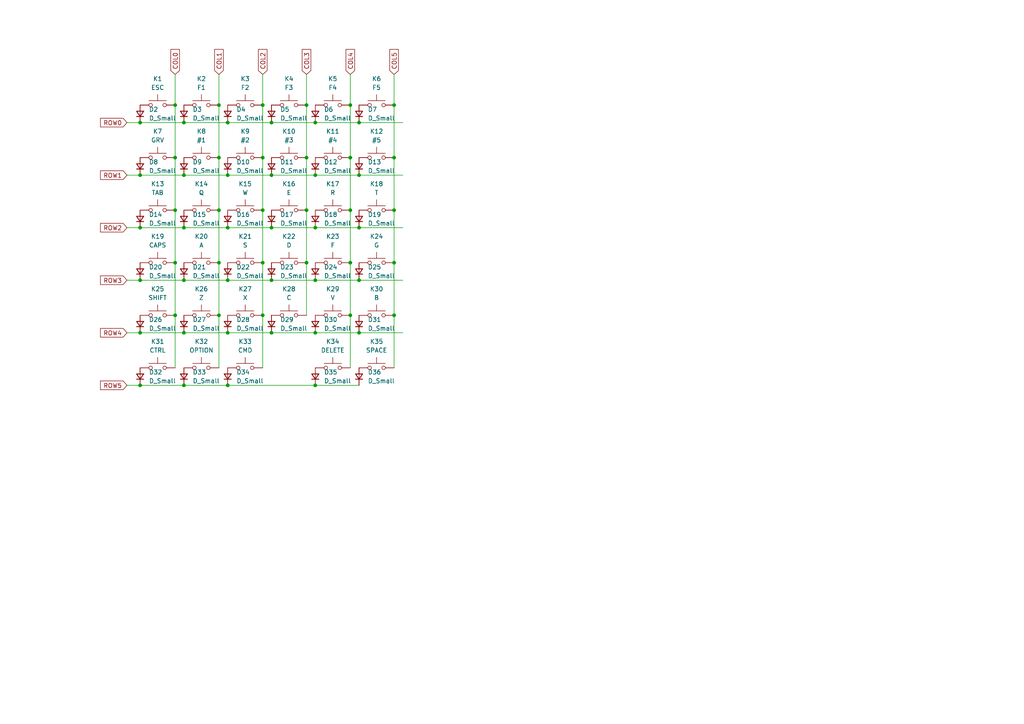
<source format=kicad_sch>
(kicad_sch (version 20211123) (generator eeschema)
  (paper "A4")
  (lib_symbols
    (symbol "Device:D_Small" (pin_numbers hide) (pin_names (offset 0.254) hide)
      (property "Reference" "D" (at -1.27 2.032 0))
      (property "Value" "D_Small" (at -3.81 -2.032 0))
      (symbol "D_Small_0_1"
        (polyline (pts (xy -0.762 -1.016) (xy -0.762 1.016)) (stroke (width 0.254)))
        (polyline (pts (xy -0.762 0) (xy 0.762 0)))
        (polyline (pts (xy 0.762 -1.016) (xy -0.762 0) (xy 0.762 1.016) (xy 0.762 -1.016)) (stroke (width 0.254)))
      )
      (symbol "D_Small_1_1"
        (pin passive line (at -2.54 0 0) (length 1.778) (name "K") (number "1"))
        (pin passive line (at 2.54 0 180) (length 1.778) (name "A") (number "2"))
      )
    )
    (symbol "Switch:SW_Push" (pin_numbers hide) (pin_names (offset 1.016) hide)
      (property "Reference" "SW" (at 1.27 2.54 0))
      (property "Value" "SW_Push" (at 0 -1.524 0))
      (symbol "SW_Push_0_1"
        (circle (center -2.032 0) (radius 0.508))
        (polyline (pts (xy 0 1.27) (xy 0 3.048)))
        (polyline (pts (xy 2.54 1.27) (xy -2.54 1.27)))
        (circle (center 2.032 0) (radius 0.508))
        (pin passive line (at -5.08 0 0) (length 2.54) (name "1") (number "1"))
        (pin passive line (at 5.08 0 180) (length 2.54) (name "2") (number "2"))
      )
    )
  )
  (junction (at 91.44 66.04))
  (junction (at 66.04 35.56))
  (junction (at 78.74 50.8))
  (junction (at 88.9 76.2))
  (junction (at 76.2 76.2))
  (junction (at 88.9 45.72))
  (junction (at 63.5 91.44))
  (junction (at 66.04 81.28))
  (junction (at 104.14 81.28))
  (junction (at 66.04 66.04))
  (junction (at 40.64 81.28))
  (junction (at 114.3 45.72))
  (junction (at 104.14 96.52))
  (junction (at 114.3 91.44))
  (junction (at 63.5 45.72))
  (junction (at 101.6 45.72))
  (junction (at 53.34 96.52))
  (junction (at 101.6 76.2))
  (junction (at 50.8 91.44))
  (junction (at 101.6 30.48))
  (junction (at 78.74 81.28))
  (junction (at 66.04 96.52))
  (junction (at 40.64 50.8))
  (junction (at 78.74 96.52))
  (junction (at 114.3 60.96))
  (junction (at 91.44 111.76))
  (junction (at 63.5 30.48))
  (junction (at 101.6 91.44))
  (junction (at 50.8 30.48))
  (junction (at 88.9 60.96))
  (junction (at 66.04 111.76))
  (junction (at 78.74 35.56))
  (junction (at 50.8 45.72))
  (junction (at 66.04 50.8))
  (junction (at 40.64 96.52))
  (junction (at 53.34 111.76))
  (junction (at 104.14 35.56))
  (junction (at 53.34 66.04))
  (junction (at 40.64 111.76))
  (junction (at 114.3 76.2))
  (junction (at 76.2 30.48))
  (junction (at 88.9 30.48))
  (junction (at 53.34 50.8))
  (junction (at 104.14 50.8))
  (junction (at 63.5 60.96))
  (junction (at 40.64 35.56))
  (junction (at 63.5 76.2))
  (junction (at 50.8 76.2))
  (junction (at 101.6 60.96))
  (junction (at 53.34 35.56))
  (junction (at 50.8 60.96))
  (junction (at 53.34 81.28))
  (junction (at 91.44 50.8))
  (junction (at 91.44 81.28))
  (junction (at 76.2 91.44))
  (junction (at 91.44 35.56))
  (junction (at 76.2 45.72))
  (junction (at 104.14 66.04))
  (junction (at 91.44 96.52))
  (junction (at 114.3 30.48))
  (junction (at 78.74 66.04))
  (junction (at 76.2 60.96))
  (junction (at 40.64 66.04))
  (wire (pts (xy 40.64 66.04) (xy 53.34 66.04)))
  (wire (pts (xy 53.34 81.28) (xy 66.04 81.28)))
  (wire (pts (xy 76.2 21.59) (xy 76.2 30.48)))
  (wire (pts (xy 88.9 60.96) (xy 88.9 76.2)))
  (wire (pts (xy 76.2 76.2) (xy 76.2 91.44)))
  (wire (pts (xy 101.6 45.72) (xy 101.6 60.96)))
  (wire (pts (xy 76.2 60.96) (xy 76.2 76.2)))
  (wire (pts (xy 88.9 21.59) (xy 88.9 30.48)))
  (wire (pts (xy 63.5 21.59) (xy 63.5 30.48)))
  (wire (pts (xy 78.74 66.04) (xy 91.44 66.04)))
  (wire (pts (xy 114.3 91.44) (xy 114.3 106.68)))
  (wire (pts (xy 36.83 35.56) (xy 40.64 35.56)))
  (wire (pts (xy 78.74 96.52) (xy 91.44 96.52)))
  (wire (pts (xy 114.3 45.72) (xy 114.3 60.96)))
  (wire (pts (xy 76.2 30.48) (xy 76.2 45.72)))
  (wire (pts (xy 78.74 50.8) (xy 91.44 50.8)))
  (wire (pts (xy 66.04 66.04) (xy 78.74 66.04)))
  (wire (pts (xy 50.8 60.96) (xy 50.8 76.2)))
  (wire (pts (xy 91.44 50.8) (xy 104.14 50.8)))
  (wire (pts (xy 101.6 60.96) (xy 101.6 76.2)))
  (wire (pts (xy 40.64 96.52) (xy 53.34 96.52)))
  (wire (pts (xy 104.14 81.28) (xy 116.84 81.28)))
  (wire (pts (xy 66.04 50.8) (xy 78.74 50.8)))
  (wire (pts (xy 50.8 76.2) (xy 50.8 91.44)))
  (wire (pts (xy 63.5 30.48) (xy 63.5 45.72)))
  (wire (pts (xy 91.44 111.76) (xy 104.14 111.76)))
  (wire (pts (xy 63.5 45.72) (xy 63.5 60.96)))
  (wire (pts (xy 101.6 21.59) (xy 101.6 30.48)))
  (wire (pts (xy 91.44 96.52) (xy 104.14 96.52)))
  (wire (pts (xy 40.64 81.28) (xy 53.34 81.28)))
  (wire (pts (xy 76.2 45.72) (xy 76.2 60.96)))
  (wire (pts (xy 36.83 50.8) (xy 40.64 50.8)))
  (wire (pts (xy 50.8 30.48) (xy 50.8 45.72)))
  (wire (pts (xy 66.04 96.52) (xy 78.74 96.52)))
  (wire (pts (xy 101.6 91.44) (xy 101.6 106.68)))
  (wire (pts (xy 66.04 111.76) (xy 91.44 111.76)))
  (wire (pts (xy 36.83 66.04) (xy 40.64 66.04)))
  (wire (pts (xy 114.3 30.48) (xy 114.3 45.72)))
  (wire (pts (xy 53.34 96.52) (xy 66.04 96.52)))
  (wire (pts (xy 76.2 91.44) (xy 76.2 106.68)))
  (wire (pts (xy 53.34 35.56) (xy 66.04 35.56)))
  (wire (pts (xy 53.34 66.04) (xy 66.04 66.04)))
  (wire (pts (xy 50.8 45.72) (xy 50.8 60.96)))
  (wire (pts (xy 114.3 76.2) (xy 114.3 91.44)))
  (wire (pts (xy 63.5 76.2) (xy 63.5 91.44)))
  (wire (pts (xy 40.64 50.8) (xy 53.34 50.8)))
  (wire (pts (xy 66.04 81.28) (xy 78.74 81.28)))
  (wire (pts (xy 91.44 35.56) (xy 104.14 35.56)))
  (wire (pts (xy 88.9 30.48) (xy 88.9 45.72)))
  (wire (pts (xy 91.44 66.04) (xy 104.14 66.04)))
  (wire (pts (xy 104.14 50.8) (xy 116.84 50.8)))
  (wire (pts (xy 88.9 45.72) (xy 88.9 60.96)))
  (wire (pts (xy 88.9 76.2) (xy 88.9 91.44)))
  (wire (pts (xy 104.14 96.52) (xy 116.84 96.52)))
  (wire (pts (xy 40.64 35.56) (xy 53.34 35.56)))
  (wire (pts (xy 78.74 35.56) (xy 91.44 35.56)))
  (wire (pts (xy 36.83 111.76) (xy 40.64 111.76)))
  (wire (pts (xy 53.34 50.8) (xy 66.04 50.8)))
  (wire (pts (xy 104.14 35.56) (xy 116.84 35.56)))
  (wire (pts (xy 63.5 60.96) (xy 63.5 76.2)))
  (wire (pts (xy 114.3 21.59) (xy 114.3 30.48)))
  (wire (pts (xy 66.04 35.56) (xy 78.74 35.56)))
  (wire (pts (xy 40.64 111.76) (xy 53.34 111.76)))
  (wire (pts (xy 36.83 81.28) (xy 40.64 81.28)))
  (wire (pts (xy 50.8 91.44) (xy 50.8 106.68)))
  (wire (pts (xy 50.8 21.59) (xy 50.8 30.48)))
  (wire (pts (xy 36.83 96.52) (xy 40.64 96.52)))
  (wire (pts (xy 104.14 66.04) (xy 116.84 66.04)))
  (wire (pts (xy 53.34 111.76) (xy 66.04 111.76)))
  (wire (pts (xy 101.6 30.48) (xy 101.6 45.72)))
  (wire (pts (xy 91.44 81.28) (xy 104.14 81.28)))
  (wire (pts (xy 101.6 76.2) (xy 101.6 91.44)))
  (wire (pts (xy 63.5 91.44) (xy 63.5 106.68)))
  (wire (pts (xy 114.3 60.96) (xy 114.3 76.2)))
  (wire (pts (xy 78.74 81.28) (xy 91.44 81.28)))
  (global_label "COL1" (shape input) (at 63.5 21.59 90) (property "Intersheet References" "${INTERSHEET_REFS}" (effects hide)))
  (global_label "COL5" (shape input) (at 114.3 21.59 90) (property "Intersheet References" "${INTERSHEET_REFS}" (effects hide)))
  (global_label "ROW0" (shape input) (at 36.83 35.56 180) (property "Intersheet References" "${INTERSHEET_REFS}" (effects hide)))
  (global_label "COL4" (shape input) (at 101.6 21.59 90) (property "Intersheet References" "${INTERSHEET_REFS}" (effects hide)))
  (global_label "COL2" (shape input) (at 76.2 21.59 90) (property "Intersheet References" "${INTERSHEET_REFS}" (effects hide)))
  (global_label "ROW2" (shape input) (at 36.83 66.04 180) (property "Intersheet References" "${INTERSHEET_REFS}" (effects hide)))
  (global_label "COL3" (shape input) (at 88.9 21.59 90) (property "Intersheet References" "${INTERSHEET_REFS}" (effects hide)))
  (global_label "COL0" (shape input) (at 50.8 21.59 90) (property "Intersheet References" "${INTERSHEET_REFS}" (effects hide)))
  (global_label "ROW1" (shape input) (at 36.83 50.8 180) (property "Intersheet References" "${INTERSHEET_REFS}" (effects hide)))
  (global_label "ROW3" (shape input) (at 36.83 81.28 180) (property "Intersheet References" "${INTERSHEET_REFS}" (effects hide)))
  (global_label "ROW5" (shape input) (at 36.83 111.76 180) (property "Intersheet References" "${INTERSHEET_REFS}" (effects hide)))
  (global_label "ROW4" (shape input) (at 36.83 96.52 180) (property "Intersheet References" "${INTERSHEET_REFS}" (effects hide)))
  (symbol (lib_id "Switch:SW_Push") (at 45.72 76.2 0) (unit 1)
    (property "Reference" "K19" (at 45.72 68.58 0))
    (property "Value" "CAPS" (at 45.72 71.12 0))
    (property "Footprint" "MX_Only:MXOnly-1U-Hotswap-Antishear" (effects hide))
  )
  (symbol (lib_id "Switch:SW_Push") (at 58.42 45.72 0) (unit 1)
    (property "Reference" "K8" (at 58.42 38.1 0))
    (property "Value" "#1" (at 58.42 40.64 0))
    (property "Footprint" "MX_Only:MXOnly-1U-Hotswap-Antishear" (effects hide))
  )
  (symbol (lib_id "Device:D_Small") (at 91.44 78.74 90) (unit 1)
    (property "Reference" "D24" (at 93.98 77.4699 90) (effects (justify right)))
    (property "Value" "D_Small" (at 93.98 80.0099 90) (effects (justify right)))
    (property "Footprint" "Diode_SMD:D_SOD-123" (effects hide))
  )
  (symbol (lib_id "Switch:SW_Push") (at 109.22 30.48 0) (unit 1)
    (property "Reference" "K6" (at 109.22 22.86 0))
    (property "Value" "F5" (at 109.22 25.4 0))
    (property "Footprint" "MX_Only:MXOnly-1U-Hotswap-Antishear" (effects hide))
  )
  (symbol (lib_id "Device:D_Small") (at 40.64 93.98 90) (unit 1)
    (property "Reference" "D26" (at 43.18 92.7099 90) (effects (justify right)))
    (property "Value" "D_Small" (at 43.18 95.2499 90) (effects (justify right)))
    (property "Footprint" "Diode_SMD:D_SOD-123" (effects hide))
  )
  (symbol (lib_id "Switch:SW_Push") (at 71.12 60.96 0) (unit 1)
    (property "Reference" "K15" (at 71.12 53.34 0))
    (property "Value" "W" (at 71.12 55.88 0))
    (property "Footprint" "MX_Only:MXOnly-1U-Hotswap-Antishear" (effects hide))
  )
  (symbol (lib_id "Device:D_Small") (at 40.64 109.22 90) (unit 1)
    (property "Reference" "D32" (at 43.18 107.9499 90) (effects (justify right)))
    (property "Value" "D_Small" (at 43.18 110.4899 90) (effects (justify right)))
    (property "Footprint" "Diode_SMD:D_SOD-123" (effects hide))
  )
  (symbol (lib_id "Switch:SW_Push") (at 109.22 60.96 0) (unit 1)
    (property "Reference" "K18" (at 109.22 53.34 0))
    (property "Value" "T" (at 109.22 55.88 0))
    (property "Footprint" "MX_Only:MXOnly-1U-Hotswap-Antishear" (effects hide))
  )
  (symbol (lib_id "Device:D_Small") (at 40.64 78.74 90) (unit 1)
    (property "Reference" "D20" (at 43.18 77.4699 90) (effects (justify right)))
    (property "Value" "D_Small" (at 43.18 80.0099 90) (effects (justify right)))
    (property "Footprint" "Diode_SMD:D_SOD-123" (effects hide))
  )
  (symbol (lib_id "Device:D_Small") (at 40.64 63.5 90) (unit 1)
    (property "Reference" "D14" (at 43.18 62.2299 90) (effects (justify right)))
    (property "Value" "D_Small" (at 43.18 64.7699 90) (effects (justify right)))
    (property "Footprint" "Diode_SMD:D_SOD-123" (effects hide))
  )
  (symbol (lib_id "Switch:SW_Push") (at 83.82 76.2 0) (unit 1)
    (property "Reference" "K22" (at 83.82 68.58 0))
    (property "Value" "D" (at 83.82 71.12 0))
    (property "Footprint" "MX_Only:MXOnly-1U-Hotswap-Antishear" (effects hide))
  )
  (symbol (lib_id "Switch:SW_Push") (at 109.22 76.2 0) (unit 1)
    (property "Reference" "K24" (at 109.22 68.58 0))
    (property "Value" "G" (at 109.22 71.12 0))
    (property "Footprint" "MX_Only:MXOnly-1U-Hotswap-Antishear" (effects hide))
  )
  (symbol (lib_id "Device:D_Small") (at 104.14 33.02 90) (unit 1)
    (property "Reference" "D7" (at 106.68 31.7499 90) (effects (justify right)))
    (property "Value" "D_Small" (at 106.68 34.2899 90) (effects (justify right)))
    (property "Footprint" "Diode_SMD:D_SOD-123" (effects hide))
  )
  (symbol (lib_id "Switch:SW_Push") (at 71.12 106.68 0) (unit 1)
    (property "Reference" "K33" (at 71.12 99.06 0))
    (property "Value" "CMD" (at 71.12 101.6 0))
    (property "Footprint" "MX_Only:MXOnly-1U-Hotswap-Antishear" (effects hide))
  )
  (symbol (lib_id "Device:D_Small") (at 104.14 93.98 90) (unit 1)
    (property "Reference" "D31" (at 106.68 92.7099 90) (effects (justify right)))
    (property "Value" "D_Small" (at 106.68 95.2499 90) (effects (justify right)))
    (property "Footprint" "Diode_SMD:D_SOD-123" (effects hide))
  )
  (symbol (lib_id "Device:D_Small") (at 66.04 93.98 90) (unit 1)
    (property "Reference" "D28" (at 68.58 92.7099 90) (effects (justify right)))
    (property "Value" "D_Small" (at 68.58 95.2499 90) (effects (justify right)))
    (property "Footprint" "Diode_SMD:D_SOD-123" (effects hide))
  )
  (symbol (lib_id "Switch:SW_Push") (at 45.72 30.48 0) (unit 1)
    (property "Reference" "K1" (at 45.72 22.86 0))
    (property "Value" "ESC" (at 45.72 25.4 0))
    (property "Footprint" "MX_Only:MXOnly-1U-Hotswap-Antishear" (effects hide))
  )
  (symbol (lib_id "Switch:SW_Push") (at 83.82 30.48 0) (unit 1)
    (property "Reference" "K4" (at 83.82 22.86 0))
    (property "Value" "F3" (at 83.82 25.4 0))
    (property "Footprint" "MX_Only:MXOnly-1U-Hotswap-Antishear" (effects hide))
  )
  (symbol (lib_id "Switch:SW_Push") (at 71.12 45.72 0) (unit 1)
    (property "Reference" "K9" (at 71.12 38.1 0))
    (property "Value" "#2" (at 71.12 40.64 0))
    (property "Footprint" "MX_Only:MXOnly-1U-Hotswap-Antishear" (effects hide))
  )
  (symbol (lib_id "Device:D_Small") (at 66.04 109.22 90) (unit 1)
    (property "Reference" "D34" (at 68.58 107.9499 90) (effects (justify right)))
    (property "Value" "D_Small" (at 68.58 110.4899 90) (effects (justify right)))
    (property "Footprint" "Diode_SMD:D_SOD-123" (effects hide))
  )
  (symbol (lib_id "Device:D_Small") (at 40.64 48.26 90) (unit 1)
    (property "Reference" "D8" (at 43.18 46.9899 90) (effects (justify right)))
    (property "Value" "D_Small" (at 43.18 49.5299 90) (effects (justify right)))
    (property "Footprint" "Diode_SMD:D_SOD-123" (effects hide))
  )
  (symbol (lib_id "Device:D_Small") (at 78.74 78.74 90) (unit 1)
    (property "Reference" "D23" (at 81.28 77.4699 90) (effects (justify right)))
    (property "Value" "D_Small" (at 81.28 80.0099 90) (effects (justify right)))
    (property "Footprint" "Diode_SMD:D_SOD-123" (effects hide))
  )
  (symbol (lib_id "Switch:SW_Push") (at 96.52 76.2 0) (unit 1)
    (property "Reference" "K23" (at 96.52 68.58 0))
    (property "Value" "F" (at 96.52 71.12 0))
    (property "Footprint" "MX_Only:MXOnly-1U-Hotswap-Antishear" (effects hide))
  )
  (symbol (lib_id "Device:D_Small") (at 91.44 63.5 90) (unit 1)
    (property "Reference" "D18" (at 93.98 62.2299 90) (effects (justify right)))
    (property "Value" "D_Small" (at 93.98 64.7699 90) (effects (justify right)))
    (property "Footprint" "Diode_SMD:D_SOD-123" (effects hide))
  )
  (symbol (lib_id "Switch:SW_Push") (at 45.72 45.72 0) (unit 1)
    (property "Reference" "K7" (at 45.72 38.1 0))
    (property "Value" "GRV" (at 45.72 40.64 0))
    (property "Footprint" "MX_Only:MXOnly-1U-Hotswap-Antishear" (effects hide))
  )
  (symbol (lib_id "Device:D_Small") (at 66.04 63.5 90) (unit 1)
    (property "Reference" "D16" (at 68.58 62.2299 90) (effects (justify right)))
    (property "Value" "D_Small" (at 68.58 64.7699 90) (effects (justify right)))
    (property "Footprint" "Diode_SMD:D_SOD-123" (effects hide))
  )
  (symbol (lib_id "Switch:SW_Push") (at 83.82 60.96 0) (unit 1)
    (property "Reference" "K16" (at 83.82 53.34 0))
    (property "Value" "E" (at 83.82 55.88 0))
    (property "Footprint" "MX_Only:MXOnly-1U-Hotswap-Antishear" (effects hide))
  )
  (symbol (lib_id "Switch:SW_Push") (at 96.52 30.48 0) (unit 1)
    (property "Reference" "K5" (at 96.52 22.86 0))
    (property "Value" "F4" (at 96.52 25.4 0))
    (property "Footprint" "MX_Only:MXOnly-1U-Hotswap-Antishear" (effects hide))
  )
  (symbol (lib_id "Switch:SW_Push") (at 45.72 60.96 0) (unit 1)
    (property "Reference" "K13" (at 45.72 53.34 0))
    (property "Value" "TAB" (at 45.72 55.88 0))
    (property "Footprint" "MX_Only:MXOnly-1U-Hotswap-Antishear" (effects hide))
  )
  (symbol (lib_id "Device:D_Small") (at 104.14 63.5 90) (unit 1)
    (property "Reference" "D19" (at 106.68 62.2299 90) (effects (justify right)))
    (property "Value" "D_Small" (at 106.68 64.7699 90) (effects (justify right)))
    (property "Footprint" "Diode_SMD:D_SOD-123" (effects hide))
  )
  (symbol (lib_id "Switch:SW_Push") (at 58.42 91.44 0) (unit 1)
    (property "Reference" "K26" (at 58.42 83.82 0))
    (property "Value" "Z" (at 58.42 86.36 0))
    (property "Footprint" "MX_Only:MXOnly-1U-Hotswap-Antishear" (effects hide))
  )
  (symbol (lib_id "Switch:SW_Push") (at 96.52 60.96 0) (unit 1)
    (property "Reference" "K17" (at 96.52 53.34 0))
    (property "Value" "R" (at 96.52 55.88 0))
    (property "Footprint" "MX_Only:MXOnly-1U-Hotswap-Antishear" (effects hide))
  )
  (symbol (lib_id "Switch:SW_Push") (at 109.22 106.68 0) (unit 1)
    (property "Reference" "K35" (at 109.22 99.06 0))
    (property "Value" "SPACE" (at 109.22 101.6 0))
    (property "Footprint" "MX_Only:MXOnly-2U-FLIPPED-Hotswap-LED" (effects hide))
  )
  (symbol (lib_id "Device:D_Small") (at 78.74 93.98 90) (unit 1)
    (property "Reference" "D29" (at 81.28 92.7099 90) (effects (justify right)))
    (property "Value" "D_Small" (at 81.28 95.2499 90) (effects (justify right)))
    (property "Footprint" "Diode_SMD:D_SOD-123" (effects hide))
  )
  (symbol (lib_id "Device:D_Small") (at 104.14 78.74 90) (unit 1)
    (property "Reference" "D25" (at 106.68 77.4699 90) (effects (justify right)))
    (property "Value" "D_Small" (at 106.68 80.0099 90) (effects (justify right)))
    (property "Footprint" "Diode_SMD:D_SOD-123" (effects hide))
  )
  (symbol (lib_id "Device:D_Small") (at 78.74 63.5 90) (unit 1)
    (property "Reference" "D17" (at 81.28 62.2299 90) (effects (justify right)))
    (property "Value" "D_Small" (at 81.28 64.7699 90) (effects (justify right)))
    (property "Footprint" "Diode_SMD:D_SOD-123" (effects hide))
  )
  (symbol (lib_id "Switch:SW_Push") (at 58.42 30.48 0) (unit 1)
    (property "Reference" "K2" (at 58.42 22.86 0))
    (property "Value" "F1" (at 58.42 25.4 0))
    (property "Footprint" "MX_Only:MXOnly-1U-Hotswap-Antishear" (effects hide))
  )
  (symbol (lib_id "Device:D_Small") (at 78.74 33.02 90) (unit 1)
    (property "Reference" "D5" (at 81.28 31.7499 90) (effects (justify right)))
    (property "Value" "D_Small" (at 81.28 34.2899 90) (effects (justify right)))
    (property "Footprint" "Diode_SMD:D_SOD-123" (effects hide))
  )
  (symbol (lib_id "Switch:SW_Push") (at 71.12 91.44 0) (unit 1)
    (property "Reference" "K27" (at 71.12 83.82 0))
    (property "Value" "X" (at 71.12 86.36 0))
    (property "Footprint" "MX_Only:MXOnly-1U-Hotswap-Antishear" (effects hide))
  )
  (symbol (lib_id "Device:D_Small") (at 53.34 33.02 90) (unit 1)
    (property "Reference" "D3" (at 55.88 31.7499 90) (effects (justify right)))
    (property "Value" "D_Small" (at 55.88 34.2899 90) (effects (justify right)))
    (property "Footprint" "Diode_SMD:D_SOD-123" (effects hide))
  )
  (symbol (lib_id "Device:D_Small") (at 66.04 33.02 90) (unit 1)
    (property "Reference" "D4" (at 68.58 31.7499 90) (effects (justify right)))
    (property "Value" "D_Small" (at 68.58 34.2899 90) (effects (justify right)))
    (property "Footprint" "Diode_SMD:D_SOD-123" (effects hide))
  )
  (symbol (lib_id "Device:D_Small") (at 104.14 109.22 90) (unit 1)
    (property "Reference" "D36" (at 106.68 107.9499 90) (effects (justify right)))
    (property "Value" "D_Small" (at 106.68 110.4899 90) (effects (justify right)))
    (property "Footprint" "Diode_SMD:D_SOD-123" (effects hide))
  )
  (symbol (lib_id "Device:D_Small") (at 66.04 78.74 90) (unit 1)
    (property "Reference" "D22" (at 68.58 77.4699 90) (effects (justify right)))
    (property "Value" "D_Small" (at 68.58 80.0099 90) (effects (justify right)))
    (property "Footprint" "Diode_SMD:D_SOD-123" (effects hide))
  )
  (symbol (lib_id "Switch:SW_Push") (at 45.72 106.68 0) (unit 1)
    (property "Reference" "K31" (at 45.72 99.06 0))
    (property "Value" "CTRL" (at 45.72 101.6 0))
    (property "Footprint" "MX_Only:MXOnly-1U-Hotswap-Antishear" (effects hide))
  )
  (symbol (lib_id "Switch:SW_Push") (at 83.82 91.44 0) (unit 1)
    (property "Reference" "K28" (at 83.82 83.82 0))
    (property "Value" "C" (at 83.82 86.36 0))
    (property "Footprint" "MX_Only:MXOnly-1U-Hotswap-Antishear" (effects hide))
  )
  (symbol (lib_id "Switch:SW_Push") (at 58.42 76.2 0) (unit 1)
    (property "Reference" "K20" (at 58.42 68.58 0))
    (property "Value" "A" (at 58.42 71.12 0))
    (property "Footprint" "MX_Only:MXOnly-1U-Hotswap-Antishear" (effects hide))
  )
  (symbol (lib_id "Switch:SW_Push") (at 71.12 30.48 0) (unit 1)
    (property "Reference" "K3" (at 71.12 22.86 0))
    (property "Value" "F2" (at 71.12 25.4 0))
    (property "Footprint" "MX_Only:MXOnly-1U-Hotswap-Antishear" (effects hide))
  )
  (symbol (lib_id "Switch:SW_Push") (at 109.22 45.72 0) (unit 1)
    (property "Reference" "K12" (at 109.22 38.1 0))
    (property "Value" "#5" (at 109.22 40.64 0))
    (property "Footprint" "MX_Only:MXOnly-1U-Hotswap-Antishear" (effects hide))
  )
  (symbol (lib_id "Device:D_Small") (at 91.44 109.22 90) (unit 1)
    (property "Reference" "D35" (at 93.98 107.9499 90) (effects (justify right)))
    (property "Value" "D_Small" (at 93.98 110.4899 90) (effects (justify right)))
    (property "Footprint" "Diode_SMD:D_SOD-123" (effects hide))
  )
  (symbol (lib_id "Device:D_Small") (at 66.04 48.26 90) (unit 1)
    (property "Reference" "D10" (at 68.58 46.9899 90) (effects (justify right)))
    (property "Value" "D_Small" (at 68.58 49.5299 90) (effects (justify right)))
    (property "Footprint" "Diode_SMD:D_SOD-123" (effects hide))
  )
  (symbol (lib_id "Device:D_Small") (at 53.34 48.26 90) (unit 1)
    (property "Reference" "D9" (at 55.88 46.9899 90) (effects (justify right)))
    (property "Value" "D_Small" (at 55.88 49.5299 90) (effects (justify right)))
    (property "Footprint" "Diode_SMD:D_SOD-123" (effects hide))
  )
  (symbol (lib_id "Device:D_Small") (at 40.64 33.02 90) (unit 1)
    (property "Reference" "D2" (at 43.18 31.7499 90) (effects (justify right)))
    (property "Value" "D_Small" (at 43.18 34.2899 90) (effects (justify right)))
    (property "Footprint" "Diode_SMD:D_SOD-123" (effects hide))
  )
  (symbol (lib_id "Device:D_Small") (at 91.44 48.26 90) (unit 1)
    (property "Reference" "D12" (at 93.98 46.9899 90) (effects (justify right)))
    (property "Value" "D_Small" (at 93.98 49.5299 90) (effects (justify right)))
    (property "Footprint" "Diode_SMD:D_SOD-123" (effects hide))
  )
  (symbol (lib_id "Device:D_Small") (at 104.14 48.26 90) (unit 1)
    (property "Reference" "D13" (at 106.68 46.9899 90) (effects (justify right)))
    (property "Value" "D_Small" (at 106.68 49.5299 90) (effects (justify right)))
    (property "Footprint" "Diode_SMD:D_SOD-123" (effects hide))
  )
  (symbol (lib_id "Switch:SW_Push") (at 83.82 45.72 0) (unit 1)
    (property "Reference" "K10" (at 83.82 38.1 0))
    (property "Value" "#3" (at 83.82 40.64 0))
    (property "Footprint" "MX_Only:MXOnly-1U-Hotswap-Antishear" (effects hide))
  )
  (symbol (lib_id "Switch:SW_Push") (at 58.42 60.96 0) (unit 1)
    (property "Reference" "K14" (at 58.42 53.34 0))
    (property "Value" "Q" (at 58.42 55.88 0))
    (property "Footprint" "MX_Only:MXOnly-1U-Hotswap-Antishear" (effects hide))
  )
  (symbol (lib_id "Device:D_Small") (at 91.44 93.98 90) (unit 1)
    (property "Reference" "D30" (at 93.98 92.7099 90) (effects (justify right)))
    (property "Value" "D_Small" (at 93.98 95.2499 90) (effects (justify right)))
    (property "Footprint" "Diode_SMD:D_SOD-123" (effects hide))
  )
  (symbol (lib_id "Switch:SW_Push") (at 58.42 106.68 0) (unit 1)
    (property "Reference" "K32" (at 58.42 99.06 0))
    (property "Value" "OPTION" (at 58.42 101.6 0))
    (property "Footprint" "MX_Only:MXOnly-1U-Hotswap-Antishear" (effects hide))
  )
  (symbol (lib_id "Device:D_Small") (at 91.44 33.02 90) (unit 1)
    (property "Reference" "D6" (at 93.98 31.7499 90) (effects (justify right)))
    (property "Value" "D_Small" (at 93.98 34.2899 90) (effects (justify right)))
    (property "Footprint" "Diode_SMD:D_SOD-123" (effects hide))
  )
  (symbol (lib_id "Device:D_Small") (at 53.34 63.5 90) (unit 1)
    (property "Reference" "D15" (at 55.88 62.2299 90) (effects (justify right)))
    (property "Value" "D_Small" (at 55.88 64.7699 90) (effects (justify right)))
    (property "Footprint" "Diode_SMD:D_SOD-123" (effects hide))
  )
  (symbol (lib_id "Switch:SW_Push") (at 96.52 91.44 0) (unit 1)
    (property "Reference" "K29" (at 96.52 83.82 0))
    (property "Value" "V" (at 96.52 86.36 0))
    (property "Footprint" "MX_Only:MXOnly-1U-Hotswap-Antishear" (effects hide))
  )
  (symbol (lib_id "Device:D_Small") (at 53.34 93.98 90) (unit 1)
    (property "Reference" "D27" (at 55.88 92.7099 90) (effects (justify right)))
    (property "Value" "D_Small" (at 55.88 95.2499 90) (effects (justify right)))
    (property "Footprint" "Diode_SMD:D_SOD-123" (effects hide))
  )
  (symbol (lib_id "Switch:SW_Push") (at 109.22 91.44 0) (unit 1)
    (property "Reference" "K30" (at 109.22 83.82 0))
    (property "Value" "B" (at 109.22 86.36 0))
    (property "Footprint" "MX_Only:MXOnly-1U-Hotswap-Antishear" (effects hide))
  )
  (symbol (lib_id "Device:D_Small") (at 78.74 48.26 90) (unit 1)
    (property "Reference" "D11" (at 81.28 46.9899 90) (effects (justify right)))
    (property "Value" "D_Small" (at 81.28 49.5299 90) (effects (justify right)))
    (property "Footprint" "Diode_SMD:D_SOD-123" (effects hide))
  )
  (symbol (lib_id "Switch:SW_Push") (at 96.52 45.72 0) (unit 1)
    (property "Reference" "K11" (at 96.52 38.1 0))
    (property "Value" "#4" (at 96.52 40.64 0))
    (property "Footprint" "MX_Only:MXOnly-1U-Hotswap-Antishear" (effects hide))
  )
  (symbol (lib_id "Device:D_Small") (at 53.34 109.22 90) (unit 1)
    (property "Reference" "D33" (at 55.88 107.9499 90) (effects (justify right)))
    (property "Value" "D_Small" (at 55.88 110.4899 90) (effects (justify right)))
    (property "Footprint" "Diode_SMD:D_SOD-123" (effects hide))
  )
  (symbol (lib_id "Switch:SW_Push") (at 96.52 106.68 0) (unit 1)
    (property "Reference" "K34" (at 96.52 99.06 0))
    (property "Value" "DELETE" (at 96.52 101.6 0))
    (property "Footprint" "MX_Only:MXOnly-2U-FLIPPED-Hotswap-LED" (effects hide))
  )
  (symbol (lib_id "Switch:SW_Push") (at 71.12 76.2 0) (unit 1)
    (property "Reference" "K21" (at 71.12 68.58 0))
    (property "Value" "S" (at 71.12 71.12 0))
    (property "Footprint" "MX_Only:MXOnly-1U-Hotswap-Antishear" (effects hide))
  )
  (symbol (lib_id "Switch:SW_Push") (at 45.72 91.44 0) (unit 1)
    (property "Reference" "K25" (at 45.72 83.82 0))
    (property "Value" "SHIFT" (at 45.72 86.36 0))
    (property "Footprint" "MX_Only:MXOnly-1U-Hotswap-Antishear" (effects hide))
  )
  (symbol (lib_id "Device:D_Small") (at 53.34 78.74 90) (unit 1)
    (property "Reference" "D21" (at 55.88 77.4699 90) (effects (justify right)))
    (property "Value" "D_Small" (at 55.88 80.0099 90) (effects (justify right)))
    (property "Footprint" "Diode_SMD:D_SOD-123" (effects hide))
  )
)
</source>
